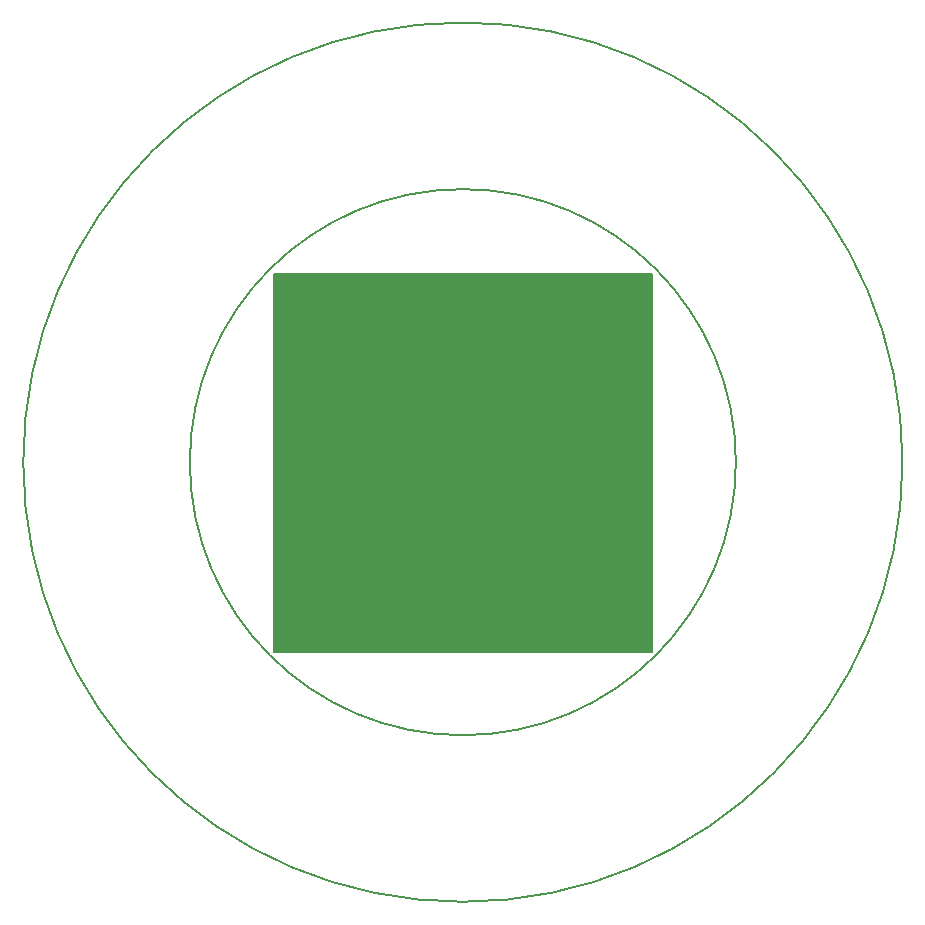
<source format=gbr>
%TF.GenerationSoftware,KiCad,Pcbnew,7.0.9-7.0.9~ubuntu22.04.1*%
%TF.CreationDate,2023-11-13T17:06:59-08:00*%
%TF.ProjectId,main_board,6d61696e-5f62-46f6-9172-642e6b696361,rev?*%
%TF.SameCoordinates,Original*%
%TF.FileFunction,Legend,Top*%
%TF.FilePolarity,Positive*%
%FSLAX46Y46*%
G04 Gerber Fmt 4.6, Leading zero omitted, Abs format (unit mm)*
G04 Created by KiCad (PCBNEW 7.0.9-7.0.9~ubuntu22.04.1) date 2023-11-13 17:06:59*
%MOMM*%
%LPD*%
G01*
G04 APERTURE LIST*
%ADD10C,0.200000*%
%ADD11C,0.150000*%
%ADD12C,0.120000*%
%ADD13C,0.350000*%
G04 APERTURE END LIST*
D10*
X175297936Y-88040046D02*
G75*
G03*
X175297936Y-88040046I-37220652J0D01*
G01*
X161193393Y-88040046D02*
G75*
G03*
X161193393Y-88040046I-23116109J0D01*
G01*
X122100000Y-72100000D02*
X154100000Y-72100000D01*
X154100000Y-104100000D01*
X122100000Y-104100000D01*
X122100000Y-72100000D01*
G36*
X122100000Y-72100000D02*
G01*
X154100000Y-72100000D01*
X154100000Y-104100000D01*
X122100000Y-104100000D01*
X122100000Y-72100000D01*
G37*
D11*
X138174819Y-73993333D02*
X138889104Y-73993333D01*
X138889104Y-73993333D02*
X139031961Y-74040952D01*
X139031961Y-74040952D02*
X139127200Y-74136190D01*
X139127200Y-74136190D02*
X139174819Y-74279047D01*
X139174819Y-74279047D02*
X139174819Y-74374285D01*
X139174819Y-72993333D02*
X139174819Y-73564761D01*
X139174819Y-73279047D02*
X138174819Y-73279047D01*
X138174819Y-73279047D02*
X138317676Y-73374285D01*
X138317676Y-73374285D02*
X138412914Y-73469523D01*
X138412914Y-73469523D02*
X138460533Y-73564761D01*
D12*
%TO.C,J1*%
X136475000Y-74355000D02*
X133600000Y-74355000D01*
X133600000Y-72965000D02*
X133600000Y-73265507D01*
X136475000Y-74268276D02*
X136475000Y-74355000D01*
X133600000Y-74054493D02*
X133600000Y-74355000D01*
X136475000Y-72965000D02*
X136475000Y-73051724D01*
X137160000Y-72965000D02*
X137845000Y-72965000D01*
X136475000Y-72965000D02*
X133600000Y-72965000D01*
X137845000Y-72965000D02*
X137845000Y-73660000D01*
%TD*%
D13*
X134160000Y-73660000D03*
X135160000Y-73660000D03*
X136160000Y-73660000D03*
X137160000Y-73660000D03*
M02*

</source>
